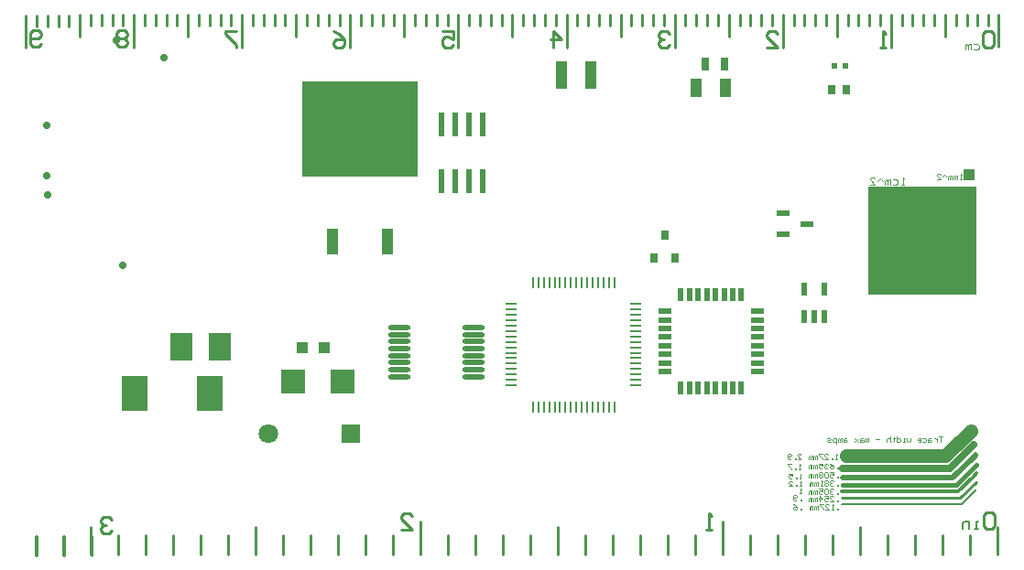
<source format=gbl>
G04 Layer_Physical_Order=2*
G04 Layer_Color=11436288*
%FSLAX24Y24*%
%MOIN*%
G70*
G01*
G75*
%ADD13C,0.0100*%
%ADD15R,0.0709X0.0709*%
%ADD16C,0.0709*%
%ADD17C,0.0276*%
%ADD18R,0.0200X0.0500*%
%ADD19R,0.0453X0.0236*%
%ADD20R,0.0315X0.0354*%
%ADD21R,0.0945X0.1299*%
%ADD22R,0.0906X0.0906*%
%ADD23O,0.0827X0.0177*%
%ADD24R,0.0787X0.0984*%
%ADD25R,0.0413X0.0945*%
%ADD26R,0.4193X0.3504*%
%ADD27R,0.0394X0.0394*%
%ADD28R,0.0433X0.1024*%
%ADD29R,0.0433X0.0669*%
%ADD30R,0.0240X0.0870*%
%ADD31R,0.0087X0.0394*%
%ADD32R,0.0394X0.0087*%
%ADD33R,0.0315X0.0472*%
%ADD34R,0.0315X0.0354*%
%ADD35R,0.0236X0.0197*%
%ADD36R,0.0500X0.0220*%
%ADD37R,0.0220X0.0500*%
%ADD38C,0.0120*%
%ADD39C,0.0250*%
%ADD40C,0.0200*%
%ADD41C,0.0050*%
%ADD42C,0.0150*%
%ADD43C,0.0500*%
%ADD44C,0.0049*%
%ADD45C,0.0039*%
%ADD46C,0.0070*%
%ADD47R,0.0394X0.0394*%
%ADD48R,0.3937X0.3937*%
D13*
X45244Y10846D02*
X45244Y9843D01*
X44917Y29114D02*
Y29508D01*
X44524Y29114D02*
Y29508D01*
X44130Y29114D02*
Y29508D01*
X43736Y29114D02*
Y29508D01*
X43343Y28720D02*
Y29508D01*
X43244Y9863D02*
Y10563D01*
X42949Y29114D02*
Y29508D01*
X42555Y29114D02*
Y29508D01*
X42244Y9863D02*
Y10563D01*
X42161Y29114D02*
Y29508D01*
X41768Y29114D02*
Y29508D01*
X41244Y9863D02*
Y10563D01*
X41374Y28327D02*
Y29508D01*
X40980Y29114D02*
Y29508D01*
X40193Y29114D02*
Y29508D01*
X40587Y29114D02*
Y29508D01*
X39406Y28720D02*
Y29508D01*
X39799Y29114D02*
Y29508D01*
X39244Y9863D02*
Y10563D01*
X38618Y29114D02*
Y29508D01*
X39012Y29114D02*
Y29508D01*
X38244Y9863D02*
Y10563D01*
X37831Y29114D02*
Y29508D01*
X38224Y29114D02*
Y29508D01*
X37244Y9863D02*
Y10563D01*
X37437Y28327D02*
Y29508D01*
X37043Y29114D02*
Y29508D01*
X36256Y29114D02*
Y29508D01*
X36650Y29114D02*
Y29508D01*
X35469Y28720D02*
Y29508D01*
X35862Y29114D02*
Y29508D01*
X35244Y9863D02*
Y11063D01*
X34681Y29114D02*
Y29508D01*
X35075Y29114D02*
Y29508D01*
X34244Y9863D02*
Y10563D01*
X33894Y29114D02*
Y29508D01*
X34287Y29114D02*
Y29508D01*
X33244Y9863D02*
Y10563D01*
X33500Y28327D02*
Y29508D01*
X33106Y29114D02*
Y29508D01*
X32319Y29114D02*
Y29508D01*
X32713Y29114D02*
Y29508D01*
X31532Y28720D02*
Y29508D01*
X31925Y29114D02*
Y29508D01*
X31244Y9863D02*
Y10563D01*
X30744Y29114D02*
Y29508D01*
X31138Y29114D02*
Y29508D01*
X30244Y9863D02*
Y10563D01*
X29957Y29114D02*
Y29508D01*
X30350Y29114D02*
Y29508D01*
X29244Y9863D02*
Y10863D01*
X29169Y29114D02*
Y29508D01*
X28382Y29114D02*
Y29508D01*
X27594Y28720D02*
Y29508D01*
X27244Y9863D02*
Y10563D01*
X26807Y29114D02*
Y29508D01*
X26244Y9863D02*
Y10563D01*
X26020Y29114D02*
Y29508D01*
X25244Y9863D02*
Y10563D01*
X25232Y29114D02*
Y29508D01*
X24445Y29114D02*
Y29508D01*
X23264Y29114D02*
Y29508D01*
X23657Y28720D02*
Y29508D01*
X23244Y9863D02*
Y10563D01*
X22476Y29114D02*
Y29508D01*
X22870Y29114D02*
Y29508D01*
X22244Y9863D02*
Y10563D01*
X22083Y29114D02*
Y29508D01*
X21689Y28327D02*
Y29508D01*
X21244Y9863D02*
Y10563D01*
X20902Y29114D02*
Y29508D01*
X21295Y29114D02*
Y29508D01*
X20114Y29114D02*
Y29508D01*
X20508Y29114D02*
Y29508D01*
X19327Y29114D02*
Y29508D01*
X19720Y28720D02*
Y29508D01*
X19244Y9863D02*
Y10563D01*
X18539Y29114D02*
Y29508D01*
X18933Y29114D02*
Y29508D01*
X18244Y9863D02*
Y10863D01*
X18146Y29114D02*
Y29508D01*
X17752Y28327D02*
Y29508D01*
X17244Y9863D02*
Y10563D01*
X16965Y29114D02*
Y29508D01*
X17358Y29114D02*
Y29508D01*
X16177Y29114D02*
Y29508D01*
X16571Y29114D02*
Y29508D01*
X15390Y29114D02*
Y29508D01*
X15783Y28720D02*
Y29508D01*
X15244Y9863D02*
Y10563D01*
X14602Y29114D02*
Y29508D01*
X14996Y29114D02*
Y29508D01*
X14244Y9863D02*
Y10563D01*
X14260Y9863D02*
Y10563D01*
X13815Y28327D02*
Y29508D01*
X14209Y29114D02*
Y29508D01*
X13260Y9863D02*
Y10563D01*
X13421Y29114D02*
Y29508D01*
X13028Y29114D02*
Y29508D01*
X12634Y29114D02*
Y29508D01*
X12240Y29114D02*
Y29508D01*
X11846Y28720D02*
Y29508D01*
X43894Y11909D02*
X44484Y12500D01*
X41965Y11909D02*
X42555D01*
X44244Y9863D02*
Y10563D01*
X40244Y9863D02*
Y10863D01*
X36244Y9863D02*
Y10563D01*
X32244Y9863D02*
Y10563D01*
X28244Y9863D02*
Y10563D01*
X29563Y28327D02*
Y29508D01*
X27988Y29114D02*
Y29508D01*
X28776Y29114D02*
Y29508D01*
X25626Y28327D02*
Y29508D01*
X26413Y29114D02*
Y29508D01*
X27201Y29114D02*
Y29508D01*
X24839Y29114D02*
Y29508D01*
X24244Y9863D02*
Y11063D01*
X24051Y29114D02*
Y29508D01*
X20244Y9863D02*
Y10563D01*
X16244Y9863D02*
Y10563D01*
X12260Y9863D02*
Y10863D01*
X42555Y11909D02*
X43894D01*
X39563D02*
X41965D01*
X11280Y9832D02*
Y10532D01*
X11264Y9832D02*
Y10532D01*
X12264Y9832D02*
Y10532D01*
X10276Y9832D02*
Y10532D01*
X10260Y9832D02*
Y10532D01*
X11260Y9832D02*
Y10532D01*
X10276Y29102D02*
Y29496D01*
X9882Y28315D02*
Y29496D01*
X11063Y29102D02*
Y29496D01*
X10669Y29102D02*
Y29496D01*
X11850Y28709D02*
Y29496D01*
X11457Y29102D02*
Y29496D01*
X45276Y29188D02*
Y29528D01*
X45276Y28339D02*
Y29188D01*
X10449Y28450D02*
X10349Y28350D01*
X10149D01*
X10049Y28450D01*
Y28850D01*
X10149Y28950D01*
X10349D01*
X10449Y28850D01*
Y28750D01*
X10349Y28650D01*
X10049D01*
X41177Y28327D02*
X40977D01*
X41077D01*
Y28927D01*
X41177Y28827D01*
X29066Y28327D02*
Y28927D01*
X29366Y28627D01*
X28966D01*
X25029Y28927D02*
X25429D01*
Y28627D01*
X25229Y28727D01*
X25129D01*
X25029Y28627D01*
Y28427D01*
X25129Y28327D01*
X25329D01*
X25429Y28427D01*
X21092Y28927D02*
X21292Y28827D01*
X21492Y28627D01*
Y28427D01*
X21392Y28327D01*
X21192D01*
X21092Y28427D01*
Y28527D01*
X21192Y28627D01*
X21492D01*
X23544Y10763D02*
X23944D01*
X23544Y11163D01*
Y11263D01*
X23644Y11363D01*
X23844D01*
X23944Y11263D01*
X45114Y28827D02*
X45014Y28927D01*
X44814D01*
X44714Y28827D01*
Y28427D01*
X44814Y28327D01*
X45014D01*
X45114Y28427D01*
Y28827D01*
X33303D02*
X33203Y28927D01*
X33003D01*
X32903Y28827D01*
Y28727D01*
X33003Y28627D01*
X33103D01*
X33003D01*
X32903Y28527D01*
Y28427D01*
X33003Y28327D01*
X33203D01*
X33303Y28427D01*
X17555Y28927D02*
X17155D01*
Y28827D01*
X17555Y28427D01*
Y28327D01*
X13008Y11122D02*
X12908Y11222D01*
X12708D01*
X12608Y11122D01*
Y11022D01*
X12708Y10922D01*
X12808D01*
X12708D01*
X12608Y10822D01*
Y10722D01*
X12708Y10622D01*
X12908D01*
X13008Y10722D01*
X13579Y28866D02*
X13479Y28966D01*
X13279D01*
X13179Y28866D01*
Y28766D01*
X13279Y28666D01*
X13179Y28566D01*
Y28466D01*
X13279Y28366D01*
X13479D01*
X13579Y28466D01*
Y28566D01*
X13479Y28666D01*
X13579Y28766D01*
Y28866D01*
X13479Y28666D02*
X13279D01*
X45154Y11279D02*
X45054Y11379D01*
X44854D01*
X44754Y11279D01*
Y10879D01*
X44854Y10779D01*
X45054D01*
X45154Y10879D01*
Y11279D01*
X34844Y10763D02*
X34644D01*
X34744D01*
Y11363D01*
X34844Y11263D01*
X36840Y28327D02*
X37240D01*
X36840Y28727D01*
Y28827D01*
X36940Y28927D01*
X37140D01*
X37240Y28827D01*
D15*
X21709Y14256D02*
D03*
D16*
X18709D02*
D03*
D17*
X13425Y20394D02*
D03*
X14921Y27953D02*
D03*
X10630Y25472D02*
D03*
X10630Y23661D02*
D03*
X10669Y22953D02*
D03*
X13193Y28594D02*
D03*
D18*
X38961Y19520D02*
D03*
X38591Y18520D02*
D03*
X38211Y18520D02*
D03*
X38961D02*
D03*
X38211Y19520D02*
D03*
D19*
X37431Y21528D02*
D03*
Y22276D02*
D03*
X38317Y21902D02*
D03*
D20*
X33130Y21476D02*
D03*
X32756Y20650D02*
D03*
X33504D02*
D03*
D21*
X16581Y15736D02*
D03*
X13844D02*
D03*
D22*
X19626Y16154D02*
D03*
X21398D02*
D03*
D23*
X23468Y16325D02*
D03*
Y16581D02*
D03*
Y16837D02*
D03*
Y17093D02*
D03*
Y17348D02*
D03*
Y17604D02*
D03*
Y17860D02*
D03*
Y18116D02*
D03*
X26185Y16325D02*
D03*
Y16581D02*
D03*
Y16837D02*
D03*
Y17093D02*
D03*
Y17348D02*
D03*
Y17604D02*
D03*
Y17860D02*
D03*
Y18116D02*
D03*
D24*
X15549Y17406D02*
D03*
X16947D02*
D03*
D25*
X23059Y21268D02*
D03*
X21059D02*
D03*
D26*
X22059Y25343D02*
D03*
D27*
X19957Y17382D02*
D03*
X20744D02*
D03*
D28*
X30441Y27311D02*
D03*
X29378D02*
D03*
D29*
X35335Y26854D02*
D03*
X34272D02*
D03*
D30*
X26522Y23462D02*
D03*
X26022D02*
D03*
X25522D02*
D03*
X25022D02*
D03*
Y25522D02*
D03*
X25522D02*
D03*
X26022D02*
D03*
X26522D02*
D03*
D31*
X29917Y15232D02*
D03*
X29720D02*
D03*
X30311D02*
D03*
X30705D02*
D03*
X31098D02*
D03*
X30114D02*
D03*
X30508D02*
D03*
X30902D02*
D03*
X31295D02*
D03*
X29327D02*
D03*
X28933D02*
D03*
X28539D02*
D03*
X28342D02*
D03*
X28736D02*
D03*
X29130D02*
D03*
X29524D02*
D03*
X29720Y19760D02*
D03*
X29917D02*
D03*
X29327D02*
D03*
X28933D02*
D03*
X28539D02*
D03*
X29524D02*
D03*
X29130D02*
D03*
X28736D02*
D03*
X28342D02*
D03*
X30311D02*
D03*
X30705D02*
D03*
X31098D02*
D03*
X31295D02*
D03*
X30902D02*
D03*
X30508D02*
D03*
X30114D02*
D03*
D32*
X27555Y17398D02*
D03*
Y17594D02*
D03*
Y17004D02*
D03*
Y16610D02*
D03*
Y16217D02*
D03*
Y17201D02*
D03*
Y16807D02*
D03*
Y16413D02*
D03*
Y16020D02*
D03*
Y17988D02*
D03*
Y18382D02*
D03*
Y18776D02*
D03*
Y18972D02*
D03*
Y18579D02*
D03*
Y18185D02*
D03*
Y17791D02*
D03*
X32083Y17594D02*
D03*
Y17398D02*
D03*
Y17988D02*
D03*
Y18382D02*
D03*
Y18776D02*
D03*
Y17791D02*
D03*
Y18185D02*
D03*
Y18579D02*
D03*
Y18972D02*
D03*
Y17004D02*
D03*
Y16610D02*
D03*
Y16217D02*
D03*
Y16020D02*
D03*
Y16413D02*
D03*
Y16807D02*
D03*
Y17201D02*
D03*
D33*
X34606Y27736D02*
D03*
X35315D02*
D03*
D34*
X39748Y26783D02*
D03*
X39197D02*
D03*
D35*
X39307Y27665D02*
D03*
X39701D02*
D03*
D36*
X36513Y18717D02*
D03*
Y18402D02*
D03*
Y18087D02*
D03*
Y17772D02*
D03*
Y17457D02*
D03*
Y17142D02*
D03*
Y16827D02*
D03*
Y16512D02*
D03*
X33133D02*
D03*
Y16827D02*
D03*
Y17142D02*
D03*
Y17457D02*
D03*
Y17772D02*
D03*
Y18087D02*
D03*
Y18402D02*
D03*
Y18717D02*
D03*
D37*
X35925Y15924D02*
D03*
X35610D02*
D03*
X35295D02*
D03*
X34980D02*
D03*
X34665D02*
D03*
X34350D02*
D03*
X34035D02*
D03*
X33720D02*
D03*
Y19304D02*
D03*
X34035D02*
D03*
X34350D02*
D03*
X34665D02*
D03*
X34980D02*
D03*
X35295D02*
D03*
X35610D02*
D03*
X35925D02*
D03*
D38*
X44366Y12697D02*
X44484Y12815D01*
X43815Y12146D02*
X44366Y12697D01*
X39563Y12146D02*
X42083D01*
X43815D01*
D39*
X44378Y13850D02*
X44382D01*
X39602Y12981D02*
X43508D01*
X44378Y13850D01*
D40*
X44429Y13469D02*
Y13472D01*
X43616Y12656D02*
X44429Y13469D01*
X39602Y12656D02*
X43616D01*
D41*
X43933Y11673D02*
X44484Y12224D01*
X39563Y11673D02*
X43933D01*
D42*
X43735Y12381D02*
X44484Y13130D01*
X39602Y12381D02*
X43735D01*
D43*
X39760Y13457D02*
X39761Y13456D01*
X43353D01*
X44268Y14370D01*
D44*
X44366Y28445D02*
X44514D01*
X44563Y28396D01*
Y28297D01*
X44514Y28248D01*
X44366D01*
X44268D02*
Y28445D01*
X44219D01*
X44169Y28396D01*
Y28248D01*
Y28396D01*
X44120Y28445D01*
X44071Y28396D01*
Y28248D01*
X41846Y23327D02*
X41755D01*
X41801D01*
Y23602D01*
X41846Y23556D01*
X41433Y23510D02*
X41571D01*
X41617Y23465D01*
Y23373D01*
X41571Y23327D01*
X41433D01*
X41341D02*
Y23510D01*
X41295D01*
X41250Y23465D01*
Y23327D01*
Y23465D01*
X41204Y23510D01*
X41158Y23465D01*
Y23327D01*
X41066Y23465D02*
X40974Y23556D01*
X40882Y23465D01*
X40607Y23327D02*
X40790D01*
X40607Y23510D01*
Y23556D01*
X40653Y23602D01*
X40744D01*
X40790Y23556D01*
D45*
X38110Y11492D02*
Y11525D01*
X38077D01*
Y11492D01*
X38110D01*
X37815Y11689D02*
X37881Y11656D01*
X37946Y11591D01*
Y11525D01*
X37913Y11492D01*
X37848D01*
X37815Y11525D01*
Y11558D01*
X37848Y11591D01*
X37946D01*
X38102Y12071D02*
X38037D01*
X38070D01*
Y12268D01*
X38102Y12235D01*
Y11811D02*
Y11844D01*
X38070D01*
Y11811D01*
X38102D01*
X37938Y11844D02*
X37906Y11811D01*
X37840D01*
X37807Y11844D01*
Y11975D01*
X37840Y12008D01*
X37906D01*
X37938Y11975D01*
Y11942D01*
X37906Y11909D01*
X37807D01*
X39445Y11476D02*
Y11509D01*
X39412D01*
Y11476D01*
X39445D01*
X39281D02*
X39215D01*
X39248D01*
Y11673D01*
X39281Y11640D01*
X38986Y11476D02*
X39117D01*
X38986Y11608D01*
Y11640D01*
X39019Y11673D01*
X39084D01*
X39117Y11640D01*
X38920Y11673D02*
X38789D01*
Y11640D01*
X38920Y11509D01*
Y11476D01*
X38723D02*
Y11608D01*
X38691D01*
X38658Y11575D01*
Y11476D01*
Y11575D01*
X38625Y11608D01*
X38592Y11575D01*
Y11476D01*
X38527D02*
Y11608D01*
X38494D01*
X38461Y11575D01*
Y11476D01*
Y11575D01*
X38428Y11608D01*
X38395Y11575D01*
Y11476D01*
X39445Y12067D02*
Y12100D01*
X39412D01*
Y12067D01*
X39445D01*
X39281Y12231D02*
X39248Y12264D01*
X39183D01*
X39150Y12231D01*
Y12198D01*
X39183Y12165D01*
X39215D01*
X39183D01*
X39150Y12133D01*
Y12100D01*
X39183Y12067D01*
X39248D01*
X39281Y12100D01*
X39084Y12231D02*
X39051Y12264D01*
X38986D01*
X38953Y12231D01*
Y12100D01*
X38986Y12067D01*
X39051D01*
X39084Y12100D01*
Y12231D01*
X38756Y12264D02*
X38887D01*
Y12165D01*
X38822Y12198D01*
X38789D01*
X38756Y12165D01*
Y12100D01*
X38789Y12067D01*
X38855D01*
X38887Y12100D01*
X38691Y12067D02*
Y12198D01*
X38658D01*
X38625Y12165D01*
Y12067D01*
Y12165D01*
X38592Y12198D01*
X38559Y12165D01*
Y12067D01*
X38494D02*
Y12198D01*
X38461D01*
X38428Y12165D01*
Y12067D01*
Y12165D01*
X38395Y12198D01*
X38363Y12165D01*
Y12067D01*
X39445Y12657D02*
Y12690D01*
X39412D01*
Y12657D01*
X39445D01*
X39150Y12854D02*
X39281D01*
Y12756D01*
X39215Y12789D01*
X39183D01*
X39150Y12756D01*
Y12690D01*
X39183Y12657D01*
X39248D01*
X39281Y12690D01*
X39084Y12821D02*
X39051Y12854D01*
X38986D01*
X38953Y12821D01*
Y12690D01*
X38986Y12657D01*
X39051D01*
X39084Y12690D01*
Y12821D01*
X38887D02*
X38855Y12854D01*
X38789D01*
X38756Y12821D01*
Y12789D01*
X38789Y12756D01*
X38756Y12723D01*
Y12690D01*
X38789Y12657D01*
X38855D01*
X38887Y12690D01*
Y12723D01*
X38855Y12756D01*
X38887Y12789D01*
Y12821D01*
X38855Y12756D02*
X38789D01*
X38691Y12657D02*
Y12789D01*
X38658D01*
X38625Y12756D01*
Y12657D01*
Y12756D01*
X38592Y12789D01*
X38559Y12756D01*
Y12657D01*
X38494D02*
Y12789D01*
X38461D01*
X38428Y12756D01*
Y12657D01*
Y12756D01*
X38395Y12789D01*
X38363Y12756D01*
Y12657D01*
X39445Y12972D02*
Y13005D01*
X39412D01*
Y12972D01*
X39445D01*
X39150Y13169D02*
X39215Y13136D01*
X39281Y13071D01*
Y13005D01*
X39248Y12972D01*
X39183D01*
X39150Y13005D01*
Y13038D01*
X39183Y13071D01*
X39281D01*
X39084Y13136D02*
X39051Y13169D01*
X38986D01*
X38953Y13136D01*
Y13104D01*
X38986Y13071D01*
X39019D01*
X38986D01*
X38953Y13038D01*
Y13005D01*
X38986Y12972D01*
X39051D01*
X39084Y13005D01*
X38756Y13169D02*
X38887D01*
Y13071D01*
X38822Y13104D01*
X38789D01*
X38756Y13071D01*
Y13005D01*
X38789Y12972D01*
X38855D01*
X38887Y13005D01*
X38691Y12972D02*
Y13104D01*
X38658D01*
X38625Y13071D01*
Y12972D01*
Y13071D01*
X38592Y13104D01*
X38559Y13071D01*
Y12972D01*
X38494D02*
Y13104D01*
X38461D01*
X38428Y13071D01*
Y12972D01*
Y13071D01*
X38395Y13104D01*
X38363Y13071D01*
Y12972D01*
X38087Y12945D02*
X38021D01*
X38054D01*
Y13142D01*
X38087Y13109D01*
X37923Y12945D02*
Y12978D01*
X37890D01*
Y12945D01*
X37923D01*
X37759Y13142D02*
X37627D01*
Y13109D01*
X37759Y12978D01*
Y12945D01*
X39445Y11791D02*
Y11824D01*
X39412D01*
Y11791D01*
X39445D01*
X39150D02*
X39281D01*
X39150Y11923D01*
Y11955D01*
X39183Y11988D01*
X39248D01*
X39281Y11955D01*
X38953Y11988D02*
X39084D01*
Y11890D01*
X39019Y11923D01*
X38986D01*
X38953Y11890D01*
Y11824D01*
X38986Y11791D01*
X39051D01*
X39084Y11824D01*
X38789Y11791D02*
Y11988D01*
X38887Y11890D01*
X38756D01*
X38691Y11791D02*
Y11923D01*
X38658D01*
X38625Y11890D01*
Y11791D01*
Y11890D01*
X38592Y11923D01*
X38559Y11890D01*
Y11791D01*
X38494D02*
Y11923D01*
X38461D01*
X38428Y11890D01*
Y11791D01*
Y11890D01*
X38395Y11923D01*
X38363Y11890D01*
Y11791D01*
X39445Y12343D02*
Y12375D01*
X39412D01*
Y12343D01*
X39445D01*
X39281Y12507D02*
X39248Y12539D01*
X39183D01*
X39150Y12507D01*
Y12474D01*
X39183Y12441D01*
X39215D01*
X39183D01*
X39150Y12408D01*
Y12375D01*
X39183Y12343D01*
X39248D01*
X39281Y12375D01*
X39084Y12507D02*
X39051Y12539D01*
X38986D01*
X38953Y12507D01*
Y12474D01*
X38986Y12441D01*
X38953Y12408D01*
Y12375D01*
X38986Y12343D01*
X39051D01*
X39084Y12375D01*
Y12408D01*
X39051Y12441D01*
X39084Y12474D01*
Y12507D01*
X39051Y12441D02*
X38986D01*
X38887Y12343D02*
X38822D01*
X38855D01*
Y12539D01*
X38887Y12507D01*
X38723Y12343D02*
Y12474D01*
X38691D01*
X38658Y12441D01*
Y12343D01*
Y12441D01*
X38625Y12474D01*
X38592Y12441D01*
Y12343D01*
X38527D02*
Y12474D01*
X38494D01*
X38461Y12441D01*
Y12343D01*
Y12441D01*
X38428Y12474D01*
X38395Y12441D01*
Y12343D01*
X39413Y13319D02*
X39348D01*
X39381D01*
Y13516D01*
X39413Y13483D01*
X39249Y13319D02*
Y13352D01*
X39217D01*
Y13319D01*
X39249D01*
X38954D02*
X39085D01*
X38954Y13450D01*
Y13483D01*
X38987Y13516D01*
X39053D01*
X39085Y13483D01*
X38889Y13516D02*
X38757D01*
Y13483D01*
X38889Y13352D01*
Y13319D01*
X38692D02*
Y13450D01*
X38659D01*
X38626Y13417D01*
Y13319D01*
Y13417D01*
X38593Y13450D01*
X38561Y13417D01*
Y13319D01*
X38495D02*
Y13450D01*
X38462D01*
X38429Y13417D01*
Y13319D01*
Y13417D01*
X38397Y13450D01*
X38364Y13417D01*
Y13319D01*
X38098Y12339D02*
X38033D01*
X38066D01*
Y12535D01*
X38098Y12503D01*
X37934Y12339D02*
Y12371D01*
X37902D01*
Y12339D01*
X37934D01*
X37639D02*
X37770D01*
X37639Y12470D01*
Y12503D01*
X37672Y12535D01*
X37738D01*
X37770Y12503D01*
X38094Y12606D02*
X38029D01*
X38062D01*
Y12803D01*
X38094Y12770D01*
X37931Y12606D02*
Y12639D01*
X37898D01*
Y12606D01*
X37931D01*
X37635Y12803D02*
X37767D01*
Y12705D01*
X37701Y12737D01*
X37668D01*
X37635Y12705D01*
Y12639D01*
X37668Y12606D01*
X37734D01*
X37767Y12639D01*
X37963Y13315D02*
X38094D01*
X37963Y13446D01*
Y13479D01*
X37996Y13512D01*
X38062D01*
X38094Y13479D01*
X37898Y13315D02*
Y13348D01*
X37865D01*
Y13315D01*
X37898D01*
X37734Y13348D02*
X37701Y13315D01*
X37635D01*
X37603Y13348D01*
Y13479D01*
X37635Y13512D01*
X37701D01*
X37734Y13479D01*
Y13446D01*
X37701Y13413D01*
X37603D01*
X43933Y23524D02*
X43867D01*
X43900D01*
Y23720D01*
X43933Y23688D01*
X43769Y23524D02*
Y23655D01*
X43736D01*
X43703Y23622D01*
Y23524D01*
Y23622D01*
X43671Y23655D01*
X43638Y23622D01*
Y23524D01*
X43572D02*
Y23655D01*
X43540D01*
X43507Y23622D01*
Y23524D01*
Y23622D01*
X43474Y23655D01*
X43441Y23622D01*
Y23524D01*
X43376Y23622D02*
X43310Y23688D01*
X43244Y23622D01*
X43048Y23524D02*
X43179D01*
X43048Y23655D01*
Y23688D01*
X43080Y23720D01*
X43146D01*
X43179Y23688D01*
X43248Y14146D02*
X43117D01*
X43182D01*
Y13949D01*
X43051Y14080D02*
Y13949D01*
Y14014D01*
X43018Y14047D01*
X42986Y14080D01*
X42953D01*
X42822D02*
X42756D01*
X42723Y14047D01*
Y13949D01*
X42822D01*
X42854Y13982D01*
X42822Y14014D01*
X42723D01*
X42526Y14080D02*
X42625D01*
X42658Y14047D01*
Y13982D01*
X42625Y13949D01*
X42526D01*
X42362D02*
X42428D01*
X42461Y13982D01*
Y14047D01*
X42428Y14080D01*
X42362D01*
X42330Y14047D01*
Y14014D01*
X42461D01*
X42067Y14080D02*
Y13982D01*
X42035Y13949D01*
X42002Y13982D01*
X41969Y13949D01*
X41936Y13982D01*
Y14080D01*
X41871Y13949D02*
X41805D01*
X41838D01*
Y14080D01*
X41871D01*
X41575Y14146D02*
Y13949D01*
X41674D01*
X41707Y13982D01*
Y14047D01*
X41674Y14080D01*
X41575D01*
X41477Y14113D02*
Y14080D01*
X41510D01*
X41444D01*
X41477D01*
Y13982D01*
X41444Y13949D01*
X41346Y14146D02*
Y13949D01*
Y14047D01*
X41313Y14080D01*
X41247D01*
X41215Y14047D01*
Y13949D01*
X40952Y14047D02*
X40821D01*
X40559Y13949D02*
Y14080D01*
X40526D01*
X40493Y14047D01*
Y13949D01*
Y14047D01*
X40460Y14080D01*
X40427Y14047D01*
Y13949D01*
X40329Y14080D02*
X40263D01*
X40231Y14047D01*
Y13949D01*
X40329D01*
X40362Y13982D01*
X40329Y14014D01*
X40231D01*
X40165Y14080D02*
X40034Y13949D01*
X40099Y14014D01*
X40034Y14080D01*
X40165Y13949D01*
X39739Y14080D02*
X39673D01*
X39640Y14047D01*
Y13949D01*
X39739D01*
X39771Y13982D01*
X39739Y14014D01*
X39640D01*
X39575Y13949D02*
Y14080D01*
X39542D01*
X39509Y14047D01*
Y13949D01*
Y14047D01*
X39476Y14080D01*
X39444Y14047D01*
Y13949D01*
X39378Y13883D02*
Y14080D01*
X39280D01*
X39247Y14047D01*
Y13982D01*
X39280Y13949D01*
X39378D01*
X39181D02*
X39083D01*
X39050Y13982D01*
X39083Y14014D01*
X39148D01*
X39181Y14047D01*
X39148Y14080D01*
X39050D01*
D46*
X44554Y10779D02*
X44422D01*
X44488D01*
Y11041D01*
X44554D01*
X44226Y10779D02*
Y11041D01*
X44029D01*
X43963Y10976D01*
Y10779D01*
D47*
X44209Y23681D02*
D03*
D48*
X42516Y21280D02*
D03*
M02*

</source>
